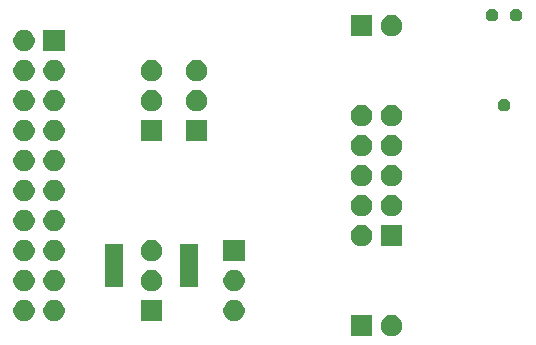
<source format=gbs>
G04 #@! TF.GenerationSoftware,KiCad,Pcbnew,5.1.5-52549c5~84~ubuntu19.04.1*
G04 #@! TF.CreationDate,2019-12-10T10:59:35+01:00*
G04 #@! TF.ProjectId,jlink-tagConnect-adapter-v2,6a6c696e-6b2d-4746-9167-436f6e6e6563,rev?*
G04 #@! TF.SameCoordinates,Original*
G04 #@! TF.FileFunction,Soldermask,Bot*
G04 #@! TF.FilePolarity,Negative*
%FSLAX46Y46*%
G04 Gerber Fmt 4.6, Leading zero omitted, Abs format (unit mm)*
G04 Created by KiCad (PCBNEW 5.1.5-52549c5~84~ubuntu19.04.1) date 2019-12-10 10:59:35*
%MOMM*%
%LPD*%
G04 APERTURE LIST*
%ADD10C,0.100000*%
G04 APERTURE END LIST*
D10*
G36*
X122668512Y-118483927D02*
G01*
X122817812Y-118513624D01*
X122981784Y-118581544D01*
X123129354Y-118680147D01*
X123254853Y-118805646D01*
X123353456Y-118953216D01*
X123421376Y-119117188D01*
X123456000Y-119291259D01*
X123456000Y-119468741D01*
X123421376Y-119642812D01*
X123353456Y-119806784D01*
X123254853Y-119954354D01*
X123129354Y-120079853D01*
X122981784Y-120178456D01*
X122817812Y-120246376D01*
X122668512Y-120276073D01*
X122643742Y-120281000D01*
X122466258Y-120281000D01*
X122441488Y-120276073D01*
X122292188Y-120246376D01*
X122128216Y-120178456D01*
X121980646Y-120079853D01*
X121855147Y-119954354D01*
X121756544Y-119806784D01*
X121688624Y-119642812D01*
X121654000Y-119468741D01*
X121654000Y-119291259D01*
X121688624Y-119117188D01*
X121756544Y-118953216D01*
X121855147Y-118805646D01*
X121980646Y-118680147D01*
X122128216Y-118581544D01*
X122292188Y-118513624D01*
X122441488Y-118483927D01*
X122466258Y-118479000D01*
X122643742Y-118479000D01*
X122668512Y-118483927D01*
G37*
G36*
X120916000Y-120281000D02*
G01*
X119114000Y-120281000D01*
X119114000Y-118479000D01*
X120916000Y-118479000D01*
X120916000Y-120281000D01*
G37*
G36*
X94093512Y-117213927D02*
G01*
X94242812Y-117243624D01*
X94406784Y-117311544D01*
X94554354Y-117410147D01*
X94679853Y-117535646D01*
X94778456Y-117683216D01*
X94846376Y-117847188D01*
X94881000Y-118021259D01*
X94881000Y-118198741D01*
X94846376Y-118372812D01*
X94778456Y-118536784D01*
X94679853Y-118684354D01*
X94554354Y-118809853D01*
X94406784Y-118908456D01*
X94242812Y-118976376D01*
X94093512Y-119006073D01*
X94068742Y-119011000D01*
X93891258Y-119011000D01*
X93866488Y-119006073D01*
X93717188Y-118976376D01*
X93553216Y-118908456D01*
X93405646Y-118809853D01*
X93280147Y-118684354D01*
X93181544Y-118536784D01*
X93113624Y-118372812D01*
X93079000Y-118198741D01*
X93079000Y-118021259D01*
X93113624Y-117847188D01*
X93181544Y-117683216D01*
X93280147Y-117535646D01*
X93405646Y-117410147D01*
X93553216Y-117311544D01*
X93717188Y-117243624D01*
X93866488Y-117213927D01*
X93891258Y-117209000D01*
X94068742Y-117209000D01*
X94093512Y-117213927D01*
G37*
G36*
X91553512Y-117213927D02*
G01*
X91702812Y-117243624D01*
X91866784Y-117311544D01*
X92014354Y-117410147D01*
X92139853Y-117535646D01*
X92238456Y-117683216D01*
X92306376Y-117847188D01*
X92341000Y-118021259D01*
X92341000Y-118198741D01*
X92306376Y-118372812D01*
X92238456Y-118536784D01*
X92139853Y-118684354D01*
X92014354Y-118809853D01*
X91866784Y-118908456D01*
X91702812Y-118976376D01*
X91553512Y-119006073D01*
X91528742Y-119011000D01*
X91351258Y-119011000D01*
X91326488Y-119006073D01*
X91177188Y-118976376D01*
X91013216Y-118908456D01*
X90865646Y-118809853D01*
X90740147Y-118684354D01*
X90641544Y-118536784D01*
X90573624Y-118372812D01*
X90539000Y-118198741D01*
X90539000Y-118021259D01*
X90573624Y-117847188D01*
X90641544Y-117683216D01*
X90740147Y-117535646D01*
X90865646Y-117410147D01*
X91013216Y-117311544D01*
X91177188Y-117243624D01*
X91326488Y-117213927D01*
X91351258Y-117209000D01*
X91528742Y-117209000D01*
X91553512Y-117213927D01*
G37*
G36*
X103136000Y-119011000D02*
G01*
X101334000Y-119011000D01*
X101334000Y-117209000D01*
X103136000Y-117209000D01*
X103136000Y-119011000D01*
G37*
G36*
X109333512Y-117213927D02*
G01*
X109482812Y-117243624D01*
X109646784Y-117311544D01*
X109794354Y-117410147D01*
X109919853Y-117535646D01*
X110018456Y-117683216D01*
X110086376Y-117847188D01*
X110121000Y-118021259D01*
X110121000Y-118198741D01*
X110086376Y-118372812D01*
X110018456Y-118536784D01*
X109919853Y-118684354D01*
X109794354Y-118809853D01*
X109646784Y-118908456D01*
X109482812Y-118976376D01*
X109333512Y-119006073D01*
X109308742Y-119011000D01*
X109131258Y-119011000D01*
X109106488Y-119006073D01*
X108957188Y-118976376D01*
X108793216Y-118908456D01*
X108645646Y-118809853D01*
X108520147Y-118684354D01*
X108421544Y-118536784D01*
X108353624Y-118372812D01*
X108319000Y-118198741D01*
X108319000Y-118021259D01*
X108353624Y-117847188D01*
X108421544Y-117683216D01*
X108520147Y-117535646D01*
X108645646Y-117410147D01*
X108793216Y-117311544D01*
X108957188Y-117243624D01*
X109106488Y-117213927D01*
X109131258Y-117209000D01*
X109308742Y-117209000D01*
X109333512Y-117213927D01*
G37*
G36*
X91553512Y-114673927D02*
G01*
X91702812Y-114703624D01*
X91866784Y-114771544D01*
X92014354Y-114870147D01*
X92139853Y-114995646D01*
X92238456Y-115143216D01*
X92306376Y-115307188D01*
X92341000Y-115481259D01*
X92341000Y-115658741D01*
X92306376Y-115832812D01*
X92238456Y-115996784D01*
X92139853Y-116144354D01*
X92014354Y-116269853D01*
X91866784Y-116368456D01*
X91702812Y-116436376D01*
X91553512Y-116466073D01*
X91528742Y-116471000D01*
X91351258Y-116471000D01*
X91326488Y-116466073D01*
X91177188Y-116436376D01*
X91013216Y-116368456D01*
X90865646Y-116269853D01*
X90740147Y-116144354D01*
X90641544Y-115996784D01*
X90573624Y-115832812D01*
X90539000Y-115658741D01*
X90539000Y-115481259D01*
X90573624Y-115307188D01*
X90641544Y-115143216D01*
X90740147Y-114995646D01*
X90865646Y-114870147D01*
X91013216Y-114771544D01*
X91177188Y-114703624D01*
X91326488Y-114673927D01*
X91351258Y-114669000D01*
X91528742Y-114669000D01*
X91553512Y-114673927D01*
G37*
G36*
X94093512Y-114673927D02*
G01*
X94242812Y-114703624D01*
X94406784Y-114771544D01*
X94554354Y-114870147D01*
X94679853Y-114995646D01*
X94778456Y-115143216D01*
X94846376Y-115307188D01*
X94881000Y-115481259D01*
X94881000Y-115658741D01*
X94846376Y-115832812D01*
X94778456Y-115996784D01*
X94679853Y-116144354D01*
X94554354Y-116269853D01*
X94406784Y-116368456D01*
X94242812Y-116436376D01*
X94093512Y-116466073D01*
X94068742Y-116471000D01*
X93891258Y-116471000D01*
X93866488Y-116466073D01*
X93717188Y-116436376D01*
X93553216Y-116368456D01*
X93405646Y-116269853D01*
X93280147Y-116144354D01*
X93181544Y-115996784D01*
X93113624Y-115832812D01*
X93079000Y-115658741D01*
X93079000Y-115481259D01*
X93113624Y-115307188D01*
X93181544Y-115143216D01*
X93280147Y-114995646D01*
X93405646Y-114870147D01*
X93553216Y-114771544D01*
X93717188Y-114703624D01*
X93866488Y-114673927D01*
X93891258Y-114669000D01*
X94068742Y-114669000D01*
X94093512Y-114673927D01*
G37*
G36*
X102348512Y-114673927D02*
G01*
X102497812Y-114703624D01*
X102661784Y-114771544D01*
X102809354Y-114870147D01*
X102934853Y-114995646D01*
X103033456Y-115143216D01*
X103101376Y-115307188D01*
X103136000Y-115481259D01*
X103136000Y-115658741D01*
X103101376Y-115832812D01*
X103033456Y-115996784D01*
X102934853Y-116144354D01*
X102809354Y-116269853D01*
X102661784Y-116368456D01*
X102497812Y-116436376D01*
X102348512Y-116466073D01*
X102323742Y-116471000D01*
X102146258Y-116471000D01*
X102121488Y-116466073D01*
X101972188Y-116436376D01*
X101808216Y-116368456D01*
X101660646Y-116269853D01*
X101535147Y-116144354D01*
X101436544Y-115996784D01*
X101368624Y-115832812D01*
X101334000Y-115658741D01*
X101334000Y-115481259D01*
X101368624Y-115307188D01*
X101436544Y-115143216D01*
X101535147Y-114995646D01*
X101660646Y-114870147D01*
X101808216Y-114771544D01*
X101972188Y-114703624D01*
X102121488Y-114673927D01*
X102146258Y-114669000D01*
X102323742Y-114669000D01*
X102348512Y-114673927D01*
G37*
G36*
X109333512Y-114673927D02*
G01*
X109482812Y-114703624D01*
X109646784Y-114771544D01*
X109794354Y-114870147D01*
X109919853Y-114995646D01*
X110018456Y-115143216D01*
X110086376Y-115307188D01*
X110121000Y-115481259D01*
X110121000Y-115658741D01*
X110086376Y-115832812D01*
X110018456Y-115996784D01*
X109919853Y-116144354D01*
X109794354Y-116269853D01*
X109646784Y-116368456D01*
X109482812Y-116436376D01*
X109333512Y-116466073D01*
X109308742Y-116471000D01*
X109131258Y-116471000D01*
X109106488Y-116466073D01*
X108957188Y-116436376D01*
X108793216Y-116368456D01*
X108645646Y-116269853D01*
X108520147Y-116144354D01*
X108421544Y-115996784D01*
X108353624Y-115832812D01*
X108319000Y-115658741D01*
X108319000Y-115481259D01*
X108353624Y-115307188D01*
X108421544Y-115143216D01*
X108520147Y-114995646D01*
X108645646Y-114870147D01*
X108793216Y-114771544D01*
X108957188Y-114703624D01*
X109106488Y-114673927D01*
X109131258Y-114669000D01*
X109308742Y-114669000D01*
X109333512Y-114673927D01*
G37*
G36*
X106211000Y-116151000D02*
G01*
X104609000Y-116151000D01*
X104609000Y-112449000D01*
X106211000Y-112449000D01*
X106211000Y-116151000D01*
G37*
G36*
X99861000Y-116151000D02*
G01*
X98259000Y-116151000D01*
X98259000Y-112449000D01*
X99861000Y-112449000D01*
X99861000Y-116151000D01*
G37*
G36*
X110121000Y-113931000D02*
G01*
X108319000Y-113931000D01*
X108319000Y-112129000D01*
X110121000Y-112129000D01*
X110121000Y-113931000D01*
G37*
G36*
X102348512Y-112133927D02*
G01*
X102497812Y-112163624D01*
X102661784Y-112231544D01*
X102809354Y-112330147D01*
X102934853Y-112455646D01*
X103033456Y-112603216D01*
X103101376Y-112767188D01*
X103136000Y-112941259D01*
X103136000Y-113118741D01*
X103101376Y-113292812D01*
X103033456Y-113456784D01*
X102934853Y-113604354D01*
X102809354Y-113729853D01*
X102661784Y-113828456D01*
X102497812Y-113896376D01*
X102348512Y-113926073D01*
X102323742Y-113931000D01*
X102146258Y-113931000D01*
X102121488Y-113926073D01*
X101972188Y-113896376D01*
X101808216Y-113828456D01*
X101660646Y-113729853D01*
X101535147Y-113604354D01*
X101436544Y-113456784D01*
X101368624Y-113292812D01*
X101334000Y-113118741D01*
X101334000Y-112941259D01*
X101368624Y-112767188D01*
X101436544Y-112603216D01*
X101535147Y-112455646D01*
X101660646Y-112330147D01*
X101808216Y-112231544D01*
X101972188Y-112163624D01*
X102121488Y-112133927D01*
X102146258Y-112129000D01*
X102323742Y-112129000D01*
X102348512Y-112133927D01*
G37*
G36*
X91553512Y-112133927D02*
G01*
X91702812Y-112163624D01*
X91866784Y-112231544D01*
X92014354Y-112330147D01*
X92139853Y-112455646D01*
X92238456Y-112603216D01*
X92306376Y-112767188D01*
X92341000Y-112941259D01*
X92341000Y-113118741D01*
X92306376Y-113292812D01*
X92238456Y-113456784D01*
X92139853Y-113604354D01*
X92014354Y-113729853D01*
X91866784Y-113828456D01*
X91702812Y-113896376D01*
X91553512Y-113926073D01*
X91528742Y-113931000D01*
X91351258Y-113931000D01*
X91326488Y-113926073D01*
X91177188Y-113896376D01*
X91013216Y-113828456D01*
X90865646Y-113729853D01*
X90740147Y-113604354D01*
X90641544Y-113456784D01*
X90573624Y-113292812D01*
X90539000Y-113118741D01*
X90539000Y-112941259D01*
X90573624Y-112767188D01*
X90641544Y-112603216D01*
X90740147Y-112455646D01*
X90865646Y-112330147D01*
X91013216Y-112231544D01*
X91177188Y-112163624D01*
X91326488Y-112133927D01*
X91351258Y-112129000D01*
X91528742Y-112129000D01*
X91553512Y-112133927D01*
G37*
G36*
X94093512Y-112133927D02*
G01*
X94242812Y-112163624D01*
X94406784Y-112231544D01*
X94554354Y-112330147D01*
X94679853Y-112455646D01*
X94778456Y-112603216D01*
X94846376Y-112767188D01*
X94881000Y-112941259D01*
X94881000Y-113118741D01*
X94846376Y-113292812D01*
X94778456Y-113456784D01*
X94679853Y-113604354D01*
X94554354Y-113729853D01*
X94406784Y-113828456D01*
X94242812Y-113896376D01*
X94093512Y-113926073D01*
X94068742Y-113931000D01*
X93891258Y-113931000D01*
X93866488Y-113926073D01*
X93717188Y-113896376D01*
X93553216Y-113828456D01*
X93405646Y-113729853D01*
X93280147Y-113604354D01*
X93181544Y-113456784D01*
X93113624Y-113292812D01*
X93079000Y-113118741D01*
X93079000Y-112941259D01*
X93113624Y-112767188D01*
X93181544Y-112603216D01*
X93280147Y-112455646D01*
X93405646Y-112330147D01*
X93553216Y-112231544D01*
X93717188Y-112163624D01*
X93866488Y-112133927D01*
X93891258Y-112129000D01*
X94068742Y-112129000D01*
X94093512Y-112133927D01*
G37*
G36*
X120281778Y-110880547D02*
G01*
X120448224Y-110949491D01*
X120598022Y-111049583D01*
X120725417Y-111176978D01*
X120825509Y-111326776D01*
X120894453Y-111493222D01*
X120929600Y-111669918D01*
X120929600Y-111850082D01*
X120894453Y-112026778D01*
X120825509Y-112193224D01*
X120725417Y-112343022D01*
X120598022Y-112470417D01*
X120448224Y-112570509D01*
X120281778Y-112639453D01*
X120105082Y-112674600D01*
X119924918Y-112674600D01*
X119748222Y-112639453D01*
X119581776Y-112570509D01*
X119431978Y-112470417D01*
X119304583Y-112343022D01*
X119204491Y-112193224D01*
X119135547Y-112026778D01*
X119100400Y-111850082D01*
X119100400Y-111669918D01*
X119135547Y-111493222D01*
X119204491Y-111326776D01*
X119304583Y-111176978D01*
X119431978Y-111049583D01*
X119581776Y-110949491D01*
X119748222Y-110880547D01*
X119924918Y-110845400D01*
X120105082Y-110845400D01*
X120281778Y-110880547D01*
G37*
G36*
X123469600Y-112674600D02*
G01*
X121640400Y-112674600D01*
X121640400Y-110845400D01*
X123469600Y-110845400D01*
X123469600Y-112674600D01*
G37*
G36*
X94093512Y-109593927D02*
G01*
X94242812Y-109623624D01*
X94406784Y-109691544D01*
X94554354Y-109790147D01*
X94679853Y-109915646D01*
X94778456Y-110063216D01*
X94846376Y-110227188D01*
X94881000Y-110401259D01*
X94881000Y-110578741D01*
X94846376Y-110752812D01*
X94778456Y-110916784D01*
X94679853Y-111064354D01*
X94554354Y-111189853D01*
X94406784Y-111288456D01*
X94242812Y-111356376D01*
X94093512Y-111386073D01*
X94068742Y-111391000D01*
X93891258Y-111391000D01*
X93866488Y-111386073D01*
X93717188Y-111356376D01*
X93553216Y-111288456D01*
X93405646Y-111189853D01*
X93280147Y-111064354D01*
X93181544Y-110916784D01*
X93113624Y-110752812D01*
X93079000Y-110578741D01*
X93079000Y-110401259D01*
X93113624Y-110227188D01*
X93181544Y-110063216D01*
X93280147Y-109915646D01*
X93405646Y-109790147D01*
X93553216Y-109691544D01*
X93717188Y-109623624D01*
X93866488Y-109593927D01*
X93891258Y-109589000D01*
X94068742Y-109589000D01*
X94093512Y-109593927D01*
G37*
G36*
X91553512Y-109593927D02*
G01*
X91702812Y-109623624D01*
X91866784Y-109691544D01*
X92014354Y-109790147D01*
X92139853Y-109915646D01*
X92238456Y-110063216D01*
X92306376Y-110227188D01*
X92341000Y-110401259D01*
X92341000Y-110578741D01*
X92306376Y-110752812D01*
X92238456Y-110916784D01*
X92139853Y-111064354D01*
X92014354Y-111189853D01*
X91866784Y-111288456D01*
X91702812Y-111356376D01*
X91553512Y-111386073D01*
X91528742Y-111391000D01*
X91351258Y-111391000D01*
X91326488Y-111386073D01*
X91177188Y-111356376D01*
X91013216Y-111288456D01*
X90865646Y-111189853D01*
X90740147Y-111064354D01*
X90641544Y-110916784D01*
X90573624Y-110752812D01*
X90539000Y-110578741D01*
X90539000Y-110401259D01*
X90573624Y-110227188D01*
X90641544Y-110063216D01*
X90740147Y-109915646D01*
X90865646Y-109790147D01*
X91013216Y-109691544D01*
X91177188Y-109623624D01*
X91326488Y-109593927D01*
X91351258Y-109589000D01*
X91528742Y-109589000D01*
X91553512Y-109593927D01*
G37*
G36*
X122821778Y-108340547D02*
G01*
X122988224Y-108409491D01*
X123138022Y-108509583D01*
X123265417Y-108636978D01*
X123365509Y-108786776D01*
X123434453Y-108953222D01*
X123469600Y-109129918D01*
X123469600Y-109310082D01*
X123434453Y-109486778D01*
X123365509Y-109653224D01*
X123265417Y-109803022D01*
X123138022Y-109930417D01*
X122988224Y-110030509D01*
X122821778Y-110099453D01*
X122645082Y-110134600D01*
X122464918Y-110134600D01*
X122288222Y-110099453D01*
X122121776Y-110030509D01*
X121971978Y-109930417D01*
X121844583Y-109803022D01*
X121744491Y-109653224D01*
X121675547Y-109486778D01*
X121640400Y-109310082D01*
X121640400Y-109129918D01*
X121675547Y-108953222D01*
X121744491Y-108786776D01*
X121844583Y-108636978D01*
X121971978Y-108509583D01*
X122121776Y-108409491D01*
X122288222Y-108340547D01*
X122464918Y-108305400D01*
X122645082Y-108305400D01*
X122821778Y-108340547D01*
G37*
G36*
X120281778Y-108340547D02*
G01*
X120448224Y-108409491D01*
X120598022Y-108509583D01*
X120725417Y-108636978D01*
X120825509Y-108786776D01*
X120894453Y-108953222D01*
X120929600Y-109129918D01*
X120929600Y-109310082D01*
X120894453Y-109486778D01*
X120825509Y-109653224D01*
X120725417Y-109803022D01*
X120598022Y-109930417D01*
X120448224Y-110030509D01*
X120281778Y-110099453D01*
X120105082Y-110134600D01*
X119924918Y-110134600D01*
X119748222Y-110099453D01*
X119581776Y-110030509D01*
X119431978Y-109930417D01*
X119304583Y-109803022D01*
X119204491Y-109653224D01*
X119135547Y-109486778D01*
X119100400Y-109310082D01*
X119100400Y-109129918D01*
X119135547Y-108953222D01*
X119204491Y-108786776D01*
X119304583Y-108636978D01*
X119431978Y-108509583D01*
X119581776Y-108409491D01*
X119748222Y-108340547D01*
X119924918Y-108305400D01*
X120105082Y-108305400D01*
X120281778Y-108340547D01*
G37*
G36*
X91553512Y-107053927D02*
G01*
X91702812Y-107083624D01*
X91866784Y-107151544D01*
X92014354Y-107250147D01*
X92139853Y-107375646D01*
X92238456Y-107523216D01*
X92306376Y-107687188D01*
X92341000Y-107861259D01*
X92341000Y-108038741D01*
X92306376Y-108212812D01*
X92238456Y-108376784D01*
X92139853Y-108524354D01*
X92014354Y-108649853D01*
X91866784Y-108748456D01*
X91702812Y-108816376D01*
X91553512Y-108846073D01*
X91528742Y-108851000D01*
X91351258Y-108851000D01*
X91326488Y-108846073D01*
X91177188Y-108816376D01*
X91013216Y-108748456D01*
X90865646Y-108649853D01*
X90740147Y-108524354D01*
X90641544Y-108376784D01*
X90573624Y-108212812D01*
X90539000Y-108038741D01*
X90539000Y-107861259D01*
X90573624Y-107687188D01*
X90641544Y-107523216D01*
X90740147Y-107375646D01*
X90865646Y-107250147D01*
X91013216Y-107151544D01*
X91177188Y-107083624D01*
X91326488Y-107053927D01*
X91351258Y-107049000D01*
X91528742Y-107049000D01*
X91553512Y-107053927D01*
G37*
G36*
X94093512Y-107053927D02*
G01*
X94242812Y-107083624D01*
X94406784Y-107151544D01*
X94554354Y-107250147D01*
X94679853Y-107375646D01*
X94778456Y-107523216D01*
X94846376Y-107687188D01*
X94881000Y-107861259D01*
X94881000Y-108038741D01*
X94846376Y-108212812D01*
X94778456Y-108376784D01*
X94679853Y-108524354D01*
X94554354Y-108649853D01*
X94406784Y-108748456D01*
X94242812Y-108816376D01*
X94093512Y-108846073D01*
X94068742Y-108851000D01*
X93891258Y-108851000D01*
X93866488Y-108846073D01*
X93717188Y-108816376D01*
X93553216Y-108748456D01*
X93405646Y-108649853D01*
X93280147Y-108524354D01*
X93181544Y-108376784D01*
X93113624Y-108212812D01*
X93079000Y-108038741D01*
X93079000Y-107861259D01*
X93113624Y-107687188D01*
X93181544Y-107523216D01*
X93280147Y-107375646D01*
X93405646Y-107250147D01*
X93553216Y-107151544D01*
X93717188Y-107083624D01*
X93866488Y-107053927D01*
X93891258Y-107049000D01*
X94068742Y-107049000D01*
X94093512Y-107053927D01*
G37*
G36*
X122821778Y-105800547D02*
G01*
X122988224Y-105869491D01*
X123138022Y-105969583D01*
X123265417Y-106096978D01*
X123365509Y-106246776D01*
X123434453Y-106413222D01*
X123469600Y-106589918D01*
X123469600Y-106770082D01*
X123434453Y-106946778D01*
X123365509Y-107113224D01*
X123265417Y-107263022D01*
X123138022Y-107390417D01*
X122988224Y-107490509D01*
X122821778Y-107559453D01*
X122645082Y-107594600D01*
X122464918Y-107594600D01*
X122288222Y-107559453D01*
X122121776Y-107490509D01*
X121971978Y-107390417D01*
X121844583Y-107263022D01*
X121744491Y-107113224D01*
X121675547Y-106946778D01*
X121640400Y-106770082D01*
X121640400Y-106589918D01*
X121675547Y-106413222D01*
X121744491Y-106246776D01*
X121844583Y-106096978D01*
X121971978Y-105969583D01*
X122121776Y-105869491D01*
X122288222Y-105800547D01*
X122464918Y-105765400D01*
X122645082Y-105765400D01*
X122821778Y-105800547D01*
G37*
G36*
X120281778Y-105800547D02*
G01*
X120448224Y-105869491D01*
X120598022Y-105969583D01*
X120725417Y-106096978D01*
X120825509Y-106246776D01*
X120894453Y-106413222D01*
X120929600Y-106589918D01*
X120929600Y-106770082D01*
X120894453Y-106946778D01*
X120825509Y-107113224D01*
X120725417Y-107263022D01*
X120598022Y-107390417D01*
X120448224Y-107490509D01*
X120281778Y-107559453D01*
X120105082Y-107594600D01*
X119924918Y-107594600D01*
X119748222Y-107559453D01*
X119581776Y-107490509D01*
X119431978Y-107390417D01*
X119304583Y-107263022D01*
X119204491Y-107113224D01*
X119135547Y-106946778D01*
X119100400Y-106770082D01*
X119100400Y-106589918D01*
X119135547Y-106413222D01*
X119204491Y-106246776D01*
X119304583Y-106096978D01*
X119431978Y-105969583D01*
X119581776Y-105869491D01*
X119748222Y-105800547D01*
X119924918Y-105765400D01*
X120105082Y-105765400D01*
X120281778Y-105800547D01*
G37*
G36*
X91553512Y-104513927D02*
G01*
X91702812Y-104543624D01*
X91866784Y-104611544D01*
X92014354Y-104710147D01*
X92139853Y-104835646D01*
X92238456Y-104983216D01*
X92306376Y-105147188D01*
X92341000Y-105321259D01*
X92341000Y-105498741D01*
X92306376Y-105672812D01*
X92238456Y-105836784D01*
X92139853Y-105984354D01*
X92014354Y-106109853D01*
X91866784Y-106208456D01*
X91702812Y-106276376D01*
X91553512Y-106306073D01*
X91528742Y-106311000D01*
X91351258Y-106311000D01*
X91326488Y-106306073D01*
X91177188Y-106276376D01*
X91013216Y-106208456D01*
X90865646Y-106109853D01*
X90740147Y-105984354D01*
X90641544Y-105836784D01*
X90573624Y-105672812D01*
X90539000Y-105498741D01*
X90539000Y-105321259D01*
X90573624Y-105147188D01*
X90641544Y-104983216D01*
X90740147Y-104835646D01*
X90865646Y-104710147D01*
X91013216Y-104611544D01*
X91177188Y-104543624D01*
X91326488Y-104513927D01*
X91351258Y-104509000D01*
X91528742Y-104509000D01*
X91553512Y-104513927D01*
G37*
G36*
X94093512Y-104513927D02*
G01*
X94242812Y-104543624D01*
X94406784Y-104611544D01*
X94554354Y-104710147D01*
X94679853Y-104835646D01*
X94778456Y-104983216D01*
X94846376Y-105147188D01*
X94881000Y-105321259D01*
X94881000Y-105498741D01*
X94846376Y-105672812D01*
X94778456Y-105836784D01*
X94679853Y-105984354D01*
X94554354Y-106109853D01*
X94406784Y-106208456D01*
X94242812Y-106276376D01*
X94093512Y-106306073D01*
X94068742Y-106311000D01*
X93891258Y-106311000D01*
X93866488Y-106306073D01*
X93717188Y-106276376D01*
X93553216Y-106208456D01*
X93405646Y-106109853D01*
X93280147Y-105984354D01*
X93181544Y-105836784D01*
X93113624Y-105672812D01*
X93079000Y-105498741D01*
X93079000Y-105321259D01*
X93113624Y-105147188D01*
X93181544Y-104983216D01*
X93280147Y-104835646D01*
X93405646Y-104710147D01*
X93553216Y-104611544D01*
X93717188Y-104543624D01*
X93866488Y-104513927D01*
X93891258Y-104509000D01*
X94068742Y-104509000D01*
X94093512Y-104513927D01*
G37*
G36*
X122821778Y-103260547D02*
G01*
X122988224Y-103329491D01*
X123138022Y-103429583D01*
X123265417Y-103556978D01*
X123365509Y-103706776D01*
X123434453Y-103873222D01*
X123469600Y-104049918D01*
X123469600Y-104230082D01*
X123434453Y-104406778D01*
X123365509Y-104573224D01*
X123265417Y-104723022D01*
X123138022Y-104850417D01*
X122988224Y-104950509D01*
X122821778Y-105019453D01*
X122645082Y-105054600D01*
X122464918Y-105054600D01*
X122288222Y-105019453D01*
X122121776Y-104950509D01*
X121971978Y-104850417D01*
X121844583Y-104723022D01*
X121744491Y-104573224D01*
X121675547Y-104406778D01*
X121640400Y-104230082D01*
X121640400Y-104049918D01*
X121675547Y-103873222D01*
X121744491Y-103706776D01*
X121844583Y-103556978D01*
X121971978Y-103429583D01*
X122121776Y-103329491D01*
X122288222Y-103260547D01*
X122464918Y-103225400D01*
X122645082Y-103225400D01*
X122821778Y-103260547D01*
G37*
G36*
X120281778Y-103260547D02*
G01*
X120448224Y-103329491D01*
X120598022Y-103429583D01*
X120725417Y-103556978D01*
X120825509Y-103706776D01*
X120894453Y-103873222D01*
X120929600Y-104049918D01*
X120929600Y-104230082D01*
X120894453Y-104406778D01*
X120825509Y-104573224D01*
X120725417Y-104723022D01*
X120598022Y-104850417D01*
X120448224Y-104950509D01*
X120281778Y-105019453D01*
X120105082Y-105054600D01*
X119924918Y-105054600D01*
X119748222Y-105019453D01*
X119581776Y-104950509D01*
X119431978Y-104850417D01*
X119304583Y-104723022D01*
X119204491Y-104573224D01*
X119135547Y-104406778D01*
X119100400Y-104230082D01*
X119100400Y-104049918D01*
X119135547Y-103873222D01*
X119204491Y-103706776D01*
X119304583Y-103556978D01*
X119431978Y-103429583D01*
X119581776Y-103329491D01*
X119748222Y-103260547D01*
X119924918Y-103225400D01*
X120105082Y-103225400D01*
X120281778Y-103260547D01*
G37*
G36*
X91553512Y-101973927D02*
G01*
X91702812Y-102003624D01*
X91866784Y-102071544D01*
X92014354Y-102170147D01*
X92139853Y-102295646D01*
X92238456Y-102443216D01*
X92306376Y-102607188D01*
X92341000Y-102781259D01*
X92341000Y-102958741D01*
X92306376Y-103132812D01*
X92238456Y-103296784D01*
X92139853Y-103444354D01*
X92014354Y-103569853D01*
X91866784Y-103668456D01*
X91702812Y-103736376D01*
X91553512Y-103766073D01*
X91528742Y-103771000D01*
X91351258Y-103771000D01*
X91326488Y-103766073D01*
X91177188Y-103736376D01*
X91013216Y-103668456D01*
X90865646Y-103569853D01*
X90740147Y-103444354D01*
X90641544Y-103296784D01*
X90573624Y-103132812D01*
X90539000Y-102958741D01*
X90539000Y-102781259D01*
X90573624Y-102607188D01*
X90641544Y-102443216D01*
X90740147Y-102295646D01*
X90865646Y-102170147D01*
X91013216Y-102071544D01*
X91177188Y-102003624D01*
X91326488Y-101973927D01*
X91351258Y-101969000D01*
X91528742Y-101969000D01*
X91553512Y-101973927D01*
G37*
G36*
X94093512Y-101973927D02*
G01*
X94242812Y-102003624D01*
X94406784Y-102071544D01*
X94554354Y-102170147D01*
X94679853Y-102295646D01*
X94778456Y-102443216D01*
X94846376Y-102607188D01*
X94881000Y-102781259D01*
X94881000Y-102958741D01*
X94846376Y-103132812D01*
X94778456Y-103296784D01*
X94679853Y-103444354D01*
X94554354Y-103569853D01*
X94406784Y-103668456D01*
X94242812Y-103736376D01*
X94093512Y-103766073D01*
X94068742Y-103771000D01*
X93891258Y-103771000D01*
X93866488Y-103766073D01*
X93717188Y-103736376D01*
X93553216Y-103668456D01*
X93405646Y-103569853D01*
X93280147Y-103444354D01*
X93181544Y-103296784D01*
X93113624Y-103132812D01*
X93079000Y-102958741D01*
X93079000Y-102781259D01*
X93113624Y-102607188D01*
X93181544Y-102443216D01*
X93280147Y-102295646D01*
X93405646Y-102170147D01*
X93553216Y-102071544D01*
X93717188Y-102003624D01*
X93866488Y-101973927D01*
X93891258Y-101969000D01*
X94068742Y-101969000D01*
X94093512Y-101973927D01*
G37*
G36*
X106946000Y-103771000D02*
G01*
X105144000Y-103771000D01*
X105144000Y-101969000D01*
X106946000Y-101969000D01*
X106946000Y-103771000D01*
G37*
G36*
X103136000Y-103771000D02*
G01*
X101334000Y-103771000D01*
X101334000Y-101969000D01*
X103136000Y-101969000D01*
X103136000Y-103771000D01*
G37*
G36*
X120281778Y-100720547D02*
G01*
X120448224Y-100789491D01*
X120598022Y-100889583D01*
X120725417Y-101016978D01*
X120825509Y-101166776D01*
X120894453Y-101333222D01*
X120929600Y-101509918D01*
X120929600Y-101690082D01*
X120894453Y-101866778D01*
X120825509Y-102033224D01*
X120725417Y-102183022D01*
X120598022Y-102310417D01*
X120448224Y-102410509D01*
X120281778Y-102479453D01*
X120105082Y-102514600D01*
X119924918Y-102514600D01*
X119748222Y-102479453D01*
X119581776Y-102410509D01*
X119431978Y-102310417D01*
X119304583Y-102183022D01*
X119204491Y-102033224D01*
X119135547Y-101866778D01*
X119100400Y-101690082D01*
X119100400Y-101509918D01*
X119135547Y-101333222D01*
X119204491Y-101166776D01*
X119304583Y-101016978D01*
X119431978Y-100889583D01*
X119581776Y-100789491D01*
X119748222Y-100720547D01*
X119924918Y-100685400D01*
X120105082Y-100685400D01*
X120281778Y-100720547D01*
G37*
G36*
X122821778Y-100720547D02*
G01*
X122988224Y-100789491D01*
X123138022Y-100889583D01*
X123265417Y-101016978D01*
X123365509Y-101166776D01*
X123434453Y-101333222D01*
X123469600Y-101509918D01*
X123469600Y-101690082D01*
X123434453Y-101866778D01*
X123365509Y-102033224D01*
X123265417Y-102183022D01*
X123138022Y-102310417D01*
X122988224Y-102410509D01*
X122821778Y-102479453D01*
X122645082Y-102514600D01*
X122464918Y-102514600D01*
X122288222Y-102479453D01*
X122121776Y-102410509D01*
X121971978Y-102310417D01*
X121844583Y-102183022D01*
X121744491Y-102033224D01*
X121675547Y-101866778D01*
X121640400Y-101690082D01*
X121640400Y-101509918D01*
X121675547Y-101333222D01*
X121744491Y-101166776D01*
X121844583Y-101016978D01*
X121971978Y-100889583D01*
X122121776Y-100789491D01*
X122288222Y-100720547D01*
X122464918Y-100685400D01*
X122645082Y-100685400D01*
X122821778Y-100720547D01*
G37*
G36*
X132186578Y-100175197D02*
G01*
X132239350Y-100185694D01*
X132338770Y-100226875D01*
X132428246Y-100286661D01*
X132504339Y-100362754D01*
X132564125Y-100452230D01*
X132605306Y-100551650D01*
X132626300Y-100657194D01*
X132626300Y-100764806D01*
X132605306Y-100870350D01*
X132564125Y-100969770D01*
X132504339Y-101059246D01*
X132428246Y-101135339D01*
X132338770Y-101195125D01*
X132239350Y-101236306D01*
X132186578Y-101246803D01*
X132133807Y-101257300D01*
X132026193Y-101257300D01*
X131973422Y-101246803D01*
X131920650Y-101236306D01*
X131821230Y-101195125D01*
X131731754Y-101135339D01*
X131655661Y-101059246D01*
X131595875Y-100969770D01*
X131554694Y-100870350D01*
X131533700Y-100764806D01*
X131533700Y-100657194D01*
X131554694Y-100551650D01*
X131595875Y-100452230D01*
X131655661Y-100362754D01*
X131731754Y-100286661D01*
X131821230Y-100226875D01*
X131920650Y-100185694D01*
X131973422Y-100175197D01*
X132026193Y-100164700D01*
X132133807Y-100164700D01*
X132186578Y-100175197D01*
G37*
G36*
X102348512Y-99433927D02*
G01*
X102497812Y-99463624D01*
X102661784Y-99531544D01*
X102809354Y-99630147D01*
X102934853Y-99755646D01*
X103033456Y-99903216D01*
X103101376Y-100067188D01*
X103136000Y-100241259D01*
X103136000Y-100418741D01*
X103101376Y-100592812D01*
X103033456Y-100756784D01*
X102934853Y-100904354D01*
X102809354Y-101029853D01*
X102661784Y-101128456D01*
X102497812Y-101196376D01*
X102348512Y-101226073D01*
X102323742Y-101231000D01*
X102146258Y-101231000D01*
X102121488Y-101226073D01*
X101972188Y-101196376D01*
X101808216Y-101128456D01*
X101660646Y-101029853D01*
X101535147Y-100904354D01*
X101436544Y-100756784D01*
X101368624Y-100592812D01*
X101334000Y-100418741D01*
X101334000Y-100241259D01*
X101368624Y-100067188D01*
X101436544Y-99903216D01*
X101535147Y-99755646D01*
X101660646Y-99630147D01*
X101808216Y-99531544D01*
X101972188Y-99463624D01*
X102121488Y-99433927D01*
X102146258Y-99429000D01*
X102323742Y-99429000D01*
X102348512Y-99433927D01*
G37*
G36*
X91553512Y-99433927D02*
G01*
X91702812Y-99463624D01*
X91866784Y-99531544D01*
X92014354Y-99630147D01*
X92139853Y-99755646D01*
X92238456Y-99903216D01*
X92306376Y-100067188D01*
X92341000Y-100241259D01*
X92341000Y-100418741D01*
X92306376Y-100592812D01*
X92238456Y-100756784D01*
X92139853Y-100904354D01*
X92014354Y-101029853D01*
X91866784Y-101128456D01*
X91702812Y-101196376D01*
X91553512Y-101226073D01*
X91528742Y-101231000D01*
X91351258Y-101231000D01*
X91326488Y-101226073D01*
X91177188Y-101196376D01*
X91013216Y-101128456D01*
X90865646Y-101029853D01*
X90740147Y-100904354D01*
X90641544Y-100756784D01*
X90573624Y-100592812D01*
X90539000Y-100418741D01*
X90539000Y-100241259D01*
X90573624Y-100067188D01*
X90641544Y-99903216D01*
X90740147Y-99755646D01*
X90865646Y-99630147D01*
X91013216Y-99531544D01*
X91177188Y-99463624D01*
X91326488Y-99433927D01*
X91351258Y-99429000D01*
X91528742Y-99429000D01*
X91553512Y-99433927D01*
G37*
G36*
X106158512Y-99433927D02*
G01*
X106307812Y-99463624D01*
X106471784Y-99531544D01*
X106619354Y-99630147D01*
X106744853Y-99755646D01*
X106843456Y-99903216D01*
X106911376Y-100067188D01*
X106946000Y-100241259D01*
X106946000Y-100418741D01*
X106911376Y-100592812D01*
X106843456Y-100756784D01*
X106744853Y-100904354D01*
X106619354Y-101029853D01*
X106471784Y-101128456D01*
X106307812Y-101196376D01*
X106158512Y-101226073D01*
X106133742Y-101231000D01*
X105956258Y-101231000D01*
X105931488Y-101226073D01*
X105782188Y-101196376D01*
X105618216Y-101128456D01*
X105470646Y-101029853D01*
X105345147Y-100904354D01*
X105246544Y-100756784D01*
X105178624Y-100592812D01*
X105144000Y-100418741D01*
X105144000Y-100241259D01*
X105178624Y-100067188D01*
X105246544Y-99903216D01*
X105345147Y-99755646D01*
X105470646Y-99630147D01*
X105618216Y-99531544D01*
X105782188Y-99463624D01*
X105931488Y-99433927D01*
X105956258Y-99429000D01*
X106133742Y-99429000D01*
X106158512Y-99433927D01*
G37*
G36*
X94093512Y-99433927D02*
G01*
X94242812Y-99463624D01*
X94406784Y-99531544D01*
X94554354Y-99630147D01*
X94679853Y-99755646D01*
X94778456Y-99903216D01*
X94846376Y-100067188D01*
X94881000Y-100241259D01*
X94881000Y-100418741D01*
X94846376Y-100592812D01*
X94778456Y-100756784D01*
X94679853Y-100904354D01*
X94554354Y-101029853D01*
X94406784Y-101128456D01*
X94242812Y-101196376D01*
X94093512Y-101226073D01*
X94068742Y-101231000D01*
X93891258Y-101231000D01*
X93866488Y-101226073D01*
X93717188Y-101196376D01*
X93553216Y-101128456D01*
X93405646Y-101029853D01*
X93280147Y-100904354D01*
X93181544Y-100756784D01*
X93113624Y-100592812D01*
X93079000Y-100418741D01*
X93079000Y-100241259D01*
X93113624Y-100067188D01*
X93181544Y-99903216D01*
X93280147Y-99755646D01*
X93405646Y-99630147D01*
X93553216Y-99531544D01*
X93717188Y-99463624D01*
X93866488Y-99433927D01*
X93891258Y-99429000D01*
X94068742Y-99429000D01*
X94093512Y-99433927D01*
G37*
G36*
X91553512Y-96893927D02*
G01*
X91702812Y-96923624D01*
X91866784Y-96991544D01*
X92014354Y-97090147D01*
X92139853Y-97215646D01*
X92238456Y-97363216D01*
X92306376Y-97527188D01*
X92341000Y-97701259D01*
X92341000Y-97878741D01*
X92306376Y-98052812D01*
X92238456Y-98216784D01*
X92139853Y-98364354D01*
X92014354Y-98489853D01*
X91866784Y-98588456D01*
X91702812Y-98656376D01*
X91553512Y-98686073D01*
X91528742Y-98691000D01*
X91351258Y-98691000D01*
X91326488Y-98686073D01*
X91177188Y-98656376D01*
X91013216Y-98588456D01*
X90865646Y-98489853D01*
X90740147Y-98364354D01*
X90641544Y-98216784D01*
X90573624Y-98052812D01*
X90539000Y-97878741D01*
X90539000Y-97701259D01*
X90573624Y-97527188D01*
X90641544Y-97363216D01*
X90740147Y-97215646D01*
X90865646Y-97090147D01*
X91013216Y-96991544D01*
X91177188Y-96923624D01*
X91326488Y-96893927D01*
X91351258Y-96889000D01*
X91528742Y-96889000D01*
X91553512Y-96893927D01*
G37*
G36*
X94093512Y-96893927D02*
G01*
X94242812Y-96923624D01*
X94406784Y-96991544D01*
X94554354Y-97090147D01*
X94679853Y-97215646D01*
X94778456Y-97363216D01*
X94846376Y-97527188D01*
X94881000Y-97701259D01*
X94881000Y-97878741D01*
X94846376Y-98052812D01*
X94778456Y-98216784D01*
X94679853Y-98364354D01*
X94554354Y-98489853D01*
X94406784Y-98588456D01*
X94242812Y-98656376D01*
X94093512Y-98686073D01*
X94068742Y-98691000D01*
X93891258Y-98691000D01*
X93866488Y-98686073D01*
X93717188Y-98656376D01*
X93553216Y-98588456D01*
X93405646Y-98489853D01*
X93280147Y-98364354D01*
X93181544Y-98216784D01*
X93113624Y-98052812D01*
X93079000Y-97878741D01*
X93079000Y-97701259D01*
X93113624Y-97527188D01*
X93181544Y-97363216D01*
X93280147Y-97215646D01*
X93405646Y-97090147D01*
X93553216Y-96991544D01*
X93717188Y-96923624D01*
X93866488Y-96893927D01*
X93891258Y-96889000D01*
X94068742Y-96889000D01*
X94093512Y-96893927D01*
G37*
G36*
X102348512Y-96893927D02*
G01*
X102497812Y-96923624D01*
X102661784Y-96991544D01*
X102809354Y-97090147D01*
X102934853Y-97215646D01*
X103033456Y-97363216D01*
X103101376Y-97527188D01*
X103136000Y-97701259D01*
X103136000Y-97878741D01*
X103101376Y-98052812D01*
X103033456Y-98216784D01*
X102934853Y-98364354D01*
X102809354Y-98489853D01*
X102661784Y-98588456D01*
X102497812Y-98656376D01*
X102348512Y-98686073D01*
X102323742Y-98691000D01*
X102146258Y-98691000D01*
X102121488Y-98686073D01*
X101972188Y-98656376D01*
X101808216Y-98588456D01*
X101660646Y-98489853D01*
X101535147Y-98364354D01*
X101436544Y-98216784D01*
X101368624Y-98052812D01*
X101334000Y-97878741D01*
X101334000Y-97701259D01*
X101368624Y-97527188D01*
X101436544Y-97363216D01*
X101535147Y-97215646D01*
X101660646Y-97090147D01*
X101808216Y-96991544D01*
X101972188Y-96923624D01*
X102121488Y-96893927D01*
X102146258Y-96889000D01*
X102323742Y-96889000D01*
X102348512Y-96893927D01*
G37*
G36*
X106158512Y-96893927D02*
G01*
X106307812Y-96923624D01*
X106471784Y-96991544D01*
X106619354Y-97090147D01*
X106744853Y-97215646D01*
X106843456Y-97363216D01*
X106911376Y-97527188D01*
X106946000Y-97701259D01*
X106946000Y-97878741D01*
X106911376Y-98052812D01*
X106843456Y-98216784D01*
X106744853Y-98364354D01*
X106619354Y-98489853D01*
X106471784Y-98588456D01*
X106307812Y-98656376D01*
X106158512Y-98686073D01*
X106133742Y-98691000D01*
X105956258Y-98691000D01*
X105931488Y-98686073D01*
X105782188Y-98656376D01*
X105618216Y-98588456D01*
X105470646Y-98489853D01*
X105345147Y-98364354D01*
X105246544Y-98216784D01*
X105178624Y-98052812D01*
X105144000Y-97878741D01*
X105144000Y-97701259D01*
X105178624Y-97527188D01*
X105246544Y-97363216D01*
X105345147Y-97215646D01*
X105470646Y-97090147D01*
X105618216Y-96991544D01*
X105782188Y-96923624D01*
X105931488Y-96893927D01*
X105956258Y-96889000D01*
X106133742Y-96889000D01*
X106158512Y-96893927D01*
G37*
G36*
X94881000Y-96151000D02*
G01*
X93079000Y-96151000D01*
X93079000Y-94349000D01*
X94881000Y-94349000D01*
X94881000Y-96151000D01*
G37*
G36*
X91553512Y-94353927D02*
G01*
X91702812Y-94383624D01*
X91866784Y-94451544D01*
X92014354Y-94550147D01*
X92139853Y-94675646D01*
X92238456Y-94823216D01*
X92306376Y-94987188D01*
X92341000Y-95161259D01*
X92341000Y-95338741D01*
X92306376Y-95512812D01*
X92238456Y-95676784D01*
X92139853Y-95824354D01*
X92014354Y-95949853D01*
X91866784Y-96048456D01*
X91702812Y-96116376D01*
X91553512Y-96146073D01*
X91528742Y-96151000D01*
X91351258Y-96151000D01*
X91326488Y-96146073D01*
X91177188Y-96116376D01*
X91013216Y-96048456D01*
X90865646Y-95949853D01*
X90740147Y-95824354D01*
X90641544Y-95676784D01*
X90573624Y-95512812D01*
X90539000Y-95338741D01*
X90539000Y-95161259D01*
X90573624Y-94987188D01*
X90641544Y-94823216D01*
X90740147Y-94675646D01*
X90865646Y-94550147D01*
X91013216Y-94451544D01*
X91177188Y-94383624D01*
X91326488Y-94353927D01*
X91351258Y-94349000D01*
X91528742Y-94349000D01*
X91553512Y-94353927D01*
G37*
G36*
X122668512Y-93083927D02*
G01*
X122817812Y-93113624D01*
X122981784Y-93181544D01*
X123129354Y-93280147D01*
X123254853Y-93405646D01*
X123353456Y-93553216D01*
X123421376Y-93717188D01*
X123456000Y-93891259D01*
X123456000Y-94068741D01*
X123421376Y-94242812D01*
X123353456Y-94406784D01*
X123254853Y-94554354D01*
X123129354Y-94679853D01*
X122981784Y-94778456D01*
X122817812Y-94846376D01*
X122668512Y-94876073D01*
X122643742Y-94881000D01*
X122466258Y-94881000D01*
X122441488Y-94876073D01*
X122292188Y-94846376D01*
X122128216Y-94778456D01*
X121980646Y-94679853D01*
X121855147Y-94554354D01*
X121756544Y-94406784D01*
X121688624Y-94242812D01*
X121654000Y-94068741D01*
X121654000Y-93891259D01*
X121688624Y-93717188D01*
X121756544Y-93553216D01*
X121855147Y-93405646D01*
X121980646Y-93280147D01*
X122128216Y-93181544D01*
X122292188Y-93113624D01*
X122441488Y-93083927D01*
X122466258Y-93079000D01*
X122643742Y-93079000D01*
X122668512Y-93083927D01*
G37*
G36*
X120916000Y-94881000D02*
G01*
X119114000Y-94881000D01*
X119114000Y-93079000D01*
X120916000Y-93079000D01*
X120916000Y-94881000D01*
G37*
G36*
X133202578Y-92555197D02*
G01*
X133255350Y-92565694D01*
X133354770Y-92606875D01*
X133444246Y-92666661D01*
X133520339Y-92742754D01*
X133580125Y-92832230D01*
X133621306Y-92931650D01*
X133642300Y-93037194D01*
X133642300Y-93144806D01*
X133621306Y-93250350D01*
X133580125Y-93349770D01*
X133520339Y-93439246D01*
X133444246Y-93515339D01*
X133354770Y-93575125D01*
X133255350Y-93616306D01*
X133202578Y-93626803D01*
X133149807Y-93637300D01*
X133042193Y-93637300D01*
X132989422Y-93626803D01*
X132936650Y-93616306D01*
X132837230Y-93575125D01*
X132747754Y-93515339D01*
X132671661Y-93439246D01*
X132611875Y-93349770D01*
X132570694Y-93250350D01*
X132549700Y-93144806D01*
X132549700Y-93037194D01*
X132570694Y-92931650D01*
X132611875Y-92832230D01*
X132671661Y-92742754D01*
X132747754Y-92666661D01*
X132837230Y-92606875D01*
X132936650Y-92565694D01*
X132989422Y-92555197D01*
X133042193Y-92544700D01*
X133149807Y-92544700D01*
X133202578Y-92555197D01*
G37*
G36*
X131170578Y-92555197D02*
G01*
X131223350Y-92565694D01*
X131322770Y-92606875D01*
X131412246Y-92666661D01*
X131488339Y-92742754D01*
X131548125Y-92832230D01*
X131589306Y-92931650D01*
X131610300Y-93037194D01*
X131610300Y-93144806D01*
X131589306Y-93250350D01*
X131548125Y-93349770D01*
X131488339Y-93439246D01*
X131412246Y-93515339D01*
X131322770Y-93575125D01*
X131223350Y-93616306D01*
X131170578Y-93626803D01*
X131117807Y-93637300D01*
X131010193Y-93637300D01*
X130957422Y-93626803D01*
X130904650Y-93616306D01*
X130805230Y-93575125D01*
X130715754Y-93515339D01*
X130639661Y-93439246D01*
X130579875Y-93349770D01*
X130538694Y-93250350D01*
X130517700Y-93144806D01*
X130517700Y-93037194D01*
X130538694Y-92931650D01*
X130579875Y-92832230D01*
X130639661Y-92742754D01*
X130715754Y-92666661D01*
X130805230Y-92606875D01*
X130904650Y-92565694D01*
X130957422Y-92555197D01*
X131010193Y-92544700D01*
X131117807Y-92544700D01*
X131170578Y-92555197D01*
G37*
M02*

</source>
